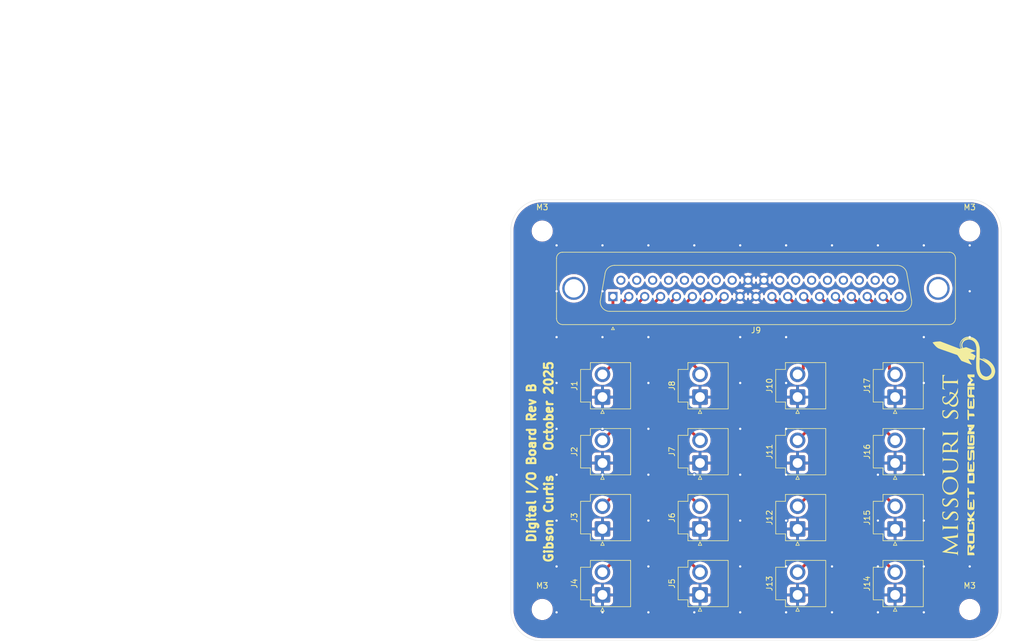
<source format=kicad_pcb>
(kicad_pcb (version 20241229) (generator "pcbnew") (generator_version "9.0")
  (layers (0 "F.Cu" signal) (2 "B.Cu" signal) (13 "F.Paste" user) (15 "B.Paste" user) (5 "F.SilkS" user "F.Silkscreen") (7 "B.SilkS" user "B.Silkscreen") (1 "F.Mask" user) (3 "B.Mask" user) (25 "Edge.Cuts" user))
  (net 0 "")
  (net 1 "GND")
  (net 2 "Net-(J1-Pin_2)")
  (net 3 "Net-(J2-Pin_2)")
  (net 4 "Net-(J3-Pin_2)")
  (net 5 "Net-(J4-Pin_2)")
  (net 6 "Net-(J5-Pin_2)")
  (net 7 "Net-(J6-Pin_2)")
  (net 8 "Net-(J7-Pin_2)")
  (net 9 "Net-(J8-Pin_2)")
  (net 20 "Net-(J12-Pin_2)")
  (net 23 "Net-(J14-Pin_2)")
  (net 25 "Net-(J16-Pin_2)")
  (net 27 "Net-(J13-Pin_2)")
  (net 28 "Net-(J11-Pin_2)")
  (net 29 "Net-(J17-Pin_2)")
  (net 31 "Net-(J10-Pin_2)")
  (net 34 "Net-(J15-Pin_2)")
  (footprint "Connector_JST:JST_VH_B2P-VH-B_1x02_P3.96mm_Vertical" (layer "F.Cu") (at 139 91.96 90)
    (property "Reference" "J12" (at 1.98 -4.9 90) (layer "F.SilkS"))
    (property "Value" "DIO10 JST-VH")
    (pad "1" thru_hole roundrect (at 0 0 90) (size 2.7 2.7) (drill 1.7) (layers "*.Cu" "*.Mask") (roundrect_rratio 0.092593) (net 1 "GND"))
    (pad "2" thru_hole circle (at 3.96 0 90) (size 2.7 2.7) (drill 1.7) (layers "*.Cu" "*.Mask") (net 20 "Net-(J12-Pin_2)"))
  )
  (footprint "MountingHole:MountingHole_3.2mm_M3" (layer "F.Cu") (at 169 40)
    (property "Reference" "M3" (at 0 -4.15 0) (layer "F.SilkS"))
    (property "Value" "MountingHole_3.2mm_M3")
    (pad "" np_thru_hole circle (at 0 0) (size 3.2 3.2) (drill 3.2) (layers "*.Cu" "*.Mask"))
  )
  (footprint "MountingHole:MountingHole_3.2mm_M3" (layer "F.Cu") (at 94.5 40)
    (property "Reference" "M3" (at 0 -4.15 0) (layer "F.SilkS"))
    (property "Value" "MountingHole_3.2mm_M3")
    (pad "" np_thru_hole circle (at 0 0) (size 3.2 3.2) (drill 3.2) (layers "*.Cu" "*.Mask"))
  )
  (footprint "Connector_JST:JST_VH_B2P-VH-B_1x02_P3.96mm_Vertical" (layer "F.Cu") (at 156 68.96 90)
    (property "Reference" "J17" (at 1.98 -4.9 90) (layer "F.SilkS"))
    (property "Value" "DIO15 JST-VH")
    (pad "1" thru_hole roundrect (at 0 0 90) (size 2.7 2.7) (drill 1.7) (layers "*.Cu" "*.Mask") (roundrect_rratio 0.092593) (net 1 "GND"))
    (pad "2" thru_hole circle (at 3.96 0 90) (size 2.7 2.7) (drill 1.7) (layers "*.Cu" "*.Mask") (net 29 "Net-(J17-Pin_2)"))
  )
  (footprint "Connector_JST:JST_VH_B2P-VH-B_1x02_P3.96mm_Vertical" (layer "F.Cu") (at 156 103.46 90)
    (property "Reference" "J14" (at 1.98 -4.9 90) (layer "F.SilkS"))
    (property "Value" "DIO12 JST-VH")
    (pad "1" thru_hole roundrect (at 0 0 90) (size 2.7 2.7) (drill 1.7) (layers "*.Cu" "*.Mask") (roundrect_rratio 0.092593) (net 1 "GND"))
    (pad "2" thru_hole circle (at 3.96 0 90) (size 2.7 2.7) (drill 1.7) (layers "*.Cu" "*.Mask") (net 23 "Net-(J14-Pin_2)"))
  )
  (footprint "Connector_JST:JST_VH_B2P-VH-B_1x02_P3.96mm_Vertical" (layer "F.Cu") (at 122 68.96 90)
    (property "Reference" "J8" (at 1.98 -4.9 90) (layer "F.SilkS"))
    (property "Value" "DIO7 JST-VH")
    (pad "1" thru_hole roundrect (at 0 0 90) (size 2.7 2.7) (drill 1.7) (layers "*.Cu" "*.Mask") (roundrect_rratio 0.092593) (net 1 "GND"))
    (pad "2" thru_hole circle (at 3.96 0 90) (size 2.7 2.7) (drill 1.7) (layers "*.Cu" "*.Mask") (net 9 "Net-(J8-Pin_2)"))
  )
  (footprint "Connector_JST:JST_VH_B2P-VH-B_1x02_P3.96mm_Vertical" (layer "F.Cu") (at 105 68.96 90)
    (property "Reference" "J1" (at 1.98 -4.9 90) (layer "F.SilkS"))
    (property "Value" "DIO0 JST-VH")
    (pad "1" thru_hole roundrect (at 0 0 90) (size 2.7 2.7) (drill 1.7) (layers "*.Cu" "*.Mask") (roundrect_rratio 0.092593) (net 1 "GND"))
    (pad "2" thru_hole circle (at 3.96 0 90) (size 2.7 2.7) (drill 1.7) (layers "*.Cu" "*.Mask") (net 2 "Net-(J1-Pin_2)"))
  )
  (footprint "MountingHole:MountingHole_3.2mm_M3" (layer "F.Cu") (at 94.5 106)
    (property "Reference" "M3" (at 0 -4.15 0) (layer "F.SilkS"))
    (property "Value" "MountingHole_3.2mm_M3")
    (pad "" np_thru_hole circle (at 0 0) (size 3.2 3.2) (drill 3.2) (layers "*.Cu" "*.Mask"))
  )
  (footprint "MountingHole:MountingHole_3.2mm_M3" (layer "F.Cu") (at 169 106)
    (property "Reference" "M3" (at 0 -4.15 0) (layer "F.SilkS"))
    (property "Value" "MountingHole_3.2mm_M3")
    (pad "" np_thru_hole circle (at 0 0) (size 3.2 3.2) (drill 3.2) (layers "*.Cu" "*.Mask"))
  )
  (footprint "Connector_JST:JST_VH_B2P-VH-B_1x02_P3.96mm_Vertical" (layer "F.Cu") (at 156 80.46 90)
    (property "Reference" "J16" (at 1.98 -4.9 90) (layer "F.SilkS"))
    (property "Value" "DIO14 JST-VH")
    (pad "1" thru_hole roundrect (at 0 0 90) (size 2.7 2.7) (drill 1.7) (layers "*.Cu" "*.Mask") (roundrect_rratio 0.092593) (net 1 "GND"))
    (pad "2" thru_hole circle (at 3.96 0 90) (size 2.7 2.7) (drill 1.7) (layers "*.Cu" "*.Mask") (net 25 "Net-(J16-Pin_2)"))
  )
  (footprint "Connector_Dsub:DSUB-37_Socket_Vertical_P2.77x2.84mm_MountingHoles" (layer "F.Cu") (at 106.82 51.42 180)
    (property "Reference" "J9" (at -24.93 -5.89 0) (layer "F.SilkS"))
    (property "Value" "182-037-213")
    (pad "0" thru_hole circle (at -56.68 1.42 180) (size 4 4) (drill 3.2) (layers "*.Cu" "*.Mask"))
    (pad "0" thru_hole circle (at 6.82 1.42 180) (size 4 4) (drill 3.2) (layers "*.Cu" "*.Mask"))
    (pad "1" thru_hole rect (at 0 0 180) (size 1.6 1.6) (drill 1) (layers "*.Cu" "*.Mask") (net 2 "Net-(J1-Pin_2)"))
    (pad "2" thru_hole circle (at -2.77 0 180) (size 1.6 1.6) (drill 1) (layers "*.Cu" "*.Mask") (net 3 "Net-(J2-Pin_2)"))
    (pad "3" thru_hole circle (at -5.54 0 180) (size 1.6 1.6) (drill 1) (layers "*.Cu" "*.Mask") (net 4 "Net-(J3-Pin_2)"))
    (pad "4" thru_hole circle (at -8.31 0 180) (size 1.6 1.6) (drill 1) (layers "*.Cu" "*.Mask") (net 5 "Net-(J4-Pin_2)"))
    (pad "5" thru_hole circle (at -11.08 0 180) (size 1.6 1.6) (drill 1) (layers "*.Cu" "*.Mask") (net 6 "Net-(J5-Pin_2)"))
    (pad "6" thru_hole circle (at -13.85 0 180) (size 1.6 1.6) (drill 1) (layers "*.Cu" "*.Mask") (net 7 "Net-(J6-Pin_2)"))
    (pad "7" thru_hole circle (at -16.62 0 180) (size 1.6 1.6) (drill 1) (layers "*.Cu" "*.Mask") (net 8 "Net-(J7-Pin_2)"))
    (pad "8" thru_hole circle (at -19.39 0 180) (size 1.6 1.6) (drill 1) (layers "*.Cu" "*.Mask") (net 9 "Net-(J8-Pin_2)"))
    (pad "9" thru_hole circle (at -22.16 0 180) (size 1.6 1.6) (drill 1) (layers "*.Cu" "*.Mask") (net 1 "GND"))
    (pad "10" thru_hole circle (at -24.93 0 180) (size 1.6 1.6) (drill 1) (layers "*.Cu" "*.Mask") (net 1 "GND"))
    (pad "11" thru_hole circle (at -27.7 0 180) (size 1.6 1.6) (drill 1) (layers "*.Cu" "*.Mask") (net 31 "Net-(J10-Pin_2)"))
    (pad "12" thru_hole circle (at -30.47 0 180) (size 1.6 1.6) (drill 1) (layers "*.Cu" "*.Mask") (net 28 "Net-(J11-Pin_2)"))
    (pad "13" thru_hole circle (at -33.24 0 180) (size 1.6 1.6) (drill 1) (layers "*.Cu" "*.Mask") (net 20 "Net-(J12-Pin_2)"))
    (pad "14" thru_hole circle (at -36.01 0 180) (size 1.6 1.6) (drill 1) (layers "*.Cu" "*.Mask") (net 27 "Net-(J13-Pin_2)"))
    (pad "15" thru_hole circle (at -38.78 0 180) (size 1.6 1.6) (drill 1) (layers "*.Cu" "*.Mask") (net 23 "Net-(J14-Pin_2)"))
    (pad "16" thru_hole circle (at -41.55 0 180) (size 1.6 1.6) (drill 1) (layers "*.Cu" "*.Mask") (net 34 "Net-(J15-Pin_2)"))
    (pad "17" thru_hole circle (at -44.32 0 180) (size 1.6 1.6) (drill 1) (layers "*.Cu" "*.Mask") (net 25 "Net-(J16-Pin_2)"))
    (pad "18" thru_hole circle (at -47.09 0 180) (size 1.6 1.6) (drill 1) (layers "*.Cu" "*.Mask") (net 29 "Net-(J17-Pin_2)"))
    (pad "19" thru_hole circle (at -49.86 0 180) (size 1.6 1.6) (drill 1) (layers "*.Cu" "*.Mask"))
    (pad "20" thru_hole circle (at -1.385 2.84 180) (size 1.6 1.6) (drill 1) (layers "*.Cu" "*.Mask"))
    (pad "21" thru_hole circle (at -4.155 2.84 180) (size 1.6 1.6) (drill 1) (layers "*.Cu" "*.Mask"))
    (pad "22" thru_hole circle (at -6.925 2.84 180) (size 1.6 1.6) (drill 1) (layers "*.Cu" "*.Mask"))
    (pad "23" thru_hole circle (at -9.695 2.84 180) (size 1.6 1.6) (drill 1) (layers "*.Cu" "*.Mask"))
    (pad "24" thru_hole circle (at -12.465 2.84 180) (size 1.6 1.6) (drill 1) (layers "*.Cu" "*.Mask"))
    (pad "25" thru_hole circle (at -15.235 2.84 180) (size 1.6 1.6) (drill 1) (layers "*.Cu" "*.Mask"))
    (pad "26" thru_hole circle (at -18.005 2.84 180) (size 1.6 1.6) (drill 1) (layers "*.Cu" "*.Mask"))
    (pad "27" thru_hole circle (at -20.775 2.84 180) (size 1.6 1.6) (drill 1) (layers "*.Cu" "*.Mask"))
    (pad "28" thru_hole circle (at -23.545 2.84 180) (size 1.6 1.6) (drill 1) (layers "*.Cu" "*.Mask") (net 1 "GND"))
    (pad "29" thru_hole circle (at -26.315 2.84 180) (size 1.6 1.6) (drill 1) (layers "*.Cu" "*.Mask") (net 1 "GND"))
    (pad "30" thru_hole circle (at -29.085 2.84 180) (size 1.6 1.6) (drill 1) (layers "*.Cu" "*.Mask"))
    (pad "31" thru_hole circle (at -31.855 2.84 180) (size 1.6 1.6) (drill 1) (layers "*.Cu" "*.Mask"))
    (pad "32" thru_hole circle (at -34.625 2.84 180) (size 1.6 1.6) (drill 1) (layers "*.Cu" "*.Mask"))
    (pad "33" thru_hole circle (at -37.395 2.84 180) (size 1.6 1.6) (drill 1) (layers "*.Cu" "*.Mask"))
    (pad "34" thru_hole circle (at -40.165 2.84 180) (size 1.6 1.6) (drill 1) (layers "*.Cu" "*.Mask"))
    (pad "35" thru_hole circle (at -42.935 2.84 180) (size 1.6 1.6) (drill 1) (layers "*.Cu" "*.Mask"))
    (pad "36" thru_hole circle (at -45.705 2.84 180) (size 1.6 1.6) (drill 1) (layers "*.Cu" "*.Mask"))
    (pad "37" thru_hole circle (at -48.475 2.84 180) (size 1.6 1.6) (drill 1) (layers "*.Cu" "*.Mask"))
  )
  (footprint "Connector_JST:JST_VH_B2P-VH-B_1x02_P3.96mm_Vertical" (layer "F.Cu") (at 105 103.46 90)
    (property "Reference" "J4" (at 1.98 -4.9 90) (layer "F.SilkS"))
    (property "Value" "DIO3 JST-VH")
    (pad "1" thru_hole roundrect (at 0 0 90) (size 2.7 2.7) (drill 1.7) (layers "*.Cu" "*.Mask") (roundrect_rratio 0.092593) (net 1 "GND"))
    (pad "2" thru_hole circle (at 3.96 0 90) (size 2.7 2.7) (drill 1.7) (layers "*.Cu" "*.Mask") (net 5 "Net-(J4-Pin_2)"))
  )
  (footprint "Connector_JST:JST_VH_B2P-VH-B_1x02_P3.96mm_Vertical" (layer "F.Cu") (at 139 80.46 90)
    (property "Reference" "J11" (at 1.98 -4.9 90) (layer "F.SilkS"))
    (property "Value" "DIO9 JST-VH")
    (pad "1" thru_hole roundrect (at 0 0 90) (size 2.7 2.7) (drill 1.7) (layers "*.Cu" "*.Mask") (roundrect_rratio 0.092593) (net 1 "GND"))
    (pad "2" thru_hole circle (at 3.96 0 90) (size 2.7 2.7) (drill 1.7) (layers "*.Cu" "*.Mask") (net 28 "Net-(J11-Pin_2)"))
  )
  (footprint "Connector_JST:JST_VH_B2P-VH-B_1x02_P3.96mm_Vertical" (layer "F.Cu") (at 139 68.96 90)
    (property "Reference" "J10" (at 1.98 -4.9 90) (layer "F.SilkS"))
    (property "Value" "DIO8 JST-VH")
    (pad "1" thru_hole roundrect (at 0 0 90) (size 2.7 2.7) (drill 1.7) (layers "*.Cu" "*.Mask") (roundrect_rratio 0.092593) (net 1 "GND"))
    (pad "2" thru_hole circle (at 3.96 0 90) (size 2.7 2.7) (drill 1.7) (layers "*.Cu" "*.Mask") (net 31 "Net-(J10-Pin_2)"))
  )
  (footprint "MST RDT PR:MSTRDTLogoFootprint11mm" (layer "F.Cu") (at 168 77.5 90)
    (property "Reference" "G***" (hide yes))
    (property "Value" "LOGO" (hide yes))
  )
  (footprint "Connector_JST:JST_VH_B2P-VH-B_1x02_P3.96mm_Vertical" (layer "F.Cu") (at 105 91.96 90)
    (property "Reference" "J3" (at 1.98 -4.9 90) (layer "F.SilkS"))
    (property "Value" "DIO2 JST-VH")
    (pad "1" thru_hole roundrect (at 0 0 90) (size 2.7 2.7) (drill 1.7) (layers "*.Cu" "*.Mask") (roundrect_rratio 0.092593) (net 1 "GND"))
    (pad "2" thru_hole circle (at 3.96 0 90) (size 2.7 2.7) (drill 1.7) (layers "*.Cu" "*.Mask") (net 4 "Net-(J3-Pin_2)"))
  )
  (footprint "Connector_JST:JST_VH_B2P-VH-B_1x02_P3.96mm_Vertical" (layer "F.Cu") (at 105 80.46 90)
    (property "Reference" "J2" (at 1.98 -4.9 90) (layer "F.SilkS"))
    (property "Value" "DIO1 JST-VH")
    (pad "1" thru_hole roundrect (at 0 0 90) (size 2.7 2.7) (drill 1.7) (layers "*.Cu" "*.Mask") (roundrect_rratio 0.092593) (net 1 "GND"))
    (pad "2" thru_hole circle (at 3.96 0 90) (size 2.7 2.7) (drill 1.7) (layers "*.Cu" "*.Mask") (net 3 "Net-(J2-Pin_2)"))
  )
  (footprint "Connector_JST:JST_VH_B2P-VH-B_1x02_P3.96mm_Vertical" (layer "F.Cu") (at 139 103.46 90)
    (property "Reference" "J13" (at 1.98 -4.9 90) (layer "F.SilkS"))
    (property "Value" "DIO11 JST-VH")
    (pad "1" thru_hole roundrect (at 0 0 90) (size 2.7 2.7) (drill 1.7) (layers "*.Cu" "*.Mask") (roundrect_rratio 0.092593) (net 1 "GND"))
    (pad "2" thru_hole circle (at 3.96 0 90) (size 2.7 2.7) (drill 1.7) (layers "*.Cu" "*.Mask") (net 27 "Net-(J13-Pin_2)"))
  )
  (footprint "Connector_JST:JST_VH_B2P-VH-B_1x02_P3.96mm_Vertical" (layer "F.Cu") (at 122 80.46 90)
    (property "Reference" "J7" (at 1.98 -4.9 90) (layer "F.SilkS"))
    (property "Value" "DIO6 JST-VH")
    (pad "1" thru_hole roundrect (at 0 0 90) (size 2.7 2.7) (drill 1.7) (layers "*.Cu" "*.Mask") (roundrect_rratio 0.092593) (net 1 "GND"))
    (pad "2" thru_hole circle (at 3.96 0 90) (size 2.7 2.7) (drill 1.7) (layers "*.Cu" "*.Mask") (net 8 "Net-(J7-Pin_2)"))
  )
  (footprint "Connector_JST:JST_VH_B2P-VH-B_1x02_P3.96mm_Vertical" (layer "F.Cu") (at 156 91.96 90)
    (property "Reference" "J15" (at 1.98 -4.9 90) (layer "F.SilkS"))
    (property "Value" "DIO13 JST-VH")
    (pad "1" thru_hole roundrect (at 0 0 90) (size 2.7 2.7) (drill 1.7) (layers "*.Cu" "*.Mask") (roundrect_rratio 0.092593) (net 1 "GND"))
    (pad "2" thru_hole circle (at 3.96 0 90) (size 2.7 2.7) (drill 1.7) (layers "*.Cu" "*.Mask") (net 34 "Net-(J15-Pin_2)"))
  )
  (footprint "Connector_JST:JST_VH_B2P-VH-B_1x02_P3.96mm_Vertical" (layer "F.Cu") (at 122 103.46 90)
    (property "Reference" "J5" (at 1.98 -4.9 90) (layer "F.SilkS"))
    (property "Value" "DIO4 JST-VH")
    (pad "1" thru_hole roundrect (at 0 0 90) (size 2.7 2.7) (drill 1.7) (layers "*.Cu" "*.Mask") (roundrect_rratio 0.092593) (net 1 "GND"))
    (pad "2" thru_hole circle (at 3.96 0 90) (size 2.7 2.7) (drill 1.7) (layers "*.Cu" "*.Mask") (net 6 "Net-(J5-Pin_2)"))
  )
  (footprint "Connector_JST:JST_VH_B2P-VH-B_1x02_P3.96mm_Vertical" (layer "F.Cu") (at 122 91.96 90)
    (property "Reference" "J6" (at 1.98 -4.9 90) (layer "F.SilkS"))
    (property "Value" "DIO5 JST-VH")
    (pad "1" thru_hole roundrect (at 0 0 90) (size 2.7 2.7) (drill 1.7) (layers "*.Cu" "*.Mask") (roundrect_rratio 0.092593) (net 1 "GND"))
    (pad "2" thru_hole circle (at 3.96 0 90) (size 2.7 2.7) (drill 1.7) (layers "*.Cu" "*.Mask") (net 7 "Net-(J6-Pin_2)"))
  )
  (gr_line (start 174.5 40) (end 174.5 106) (stroke (width 0.05)) (layer "Edge.Cuts"))
  (gr_line (start 89 106) (end 89 40) (stroke (width 0.05)) (layer "Edge.Cuts"))
  (gr_arc (start 169 34.5) (mid 172.889087 36.110913) (end 174.5 40) (stroke (width 0.05)) (layer "Edge.Cuts"))
  (gr_line (start 169 111.5) (end 94.5 111.5) (stroke (width 0.05)) (layer "Edge.Cuts"))
  (gr_arc (start 89 40) (mid 90.610913 36.110913) (end 94.5 34.5) (stroke (width 0.05)) (layer "Edge.Cuts"))
  (gr_arc (start 94.5 111.5) (mid 90.610913 109.889087) (end 89 106) (stroke (width 0.05)) (layer "Edge.Cuts"))
  (gr_arc (start 174.5 106) (mid 172.889087 109.889087) (end 169 111.5) (stroke (width 0.05)) (layer "Edge.Cuts"))
  (gr_line (start 94.5 34.5) (end 169 34.5) (stroke (width 0.05)) (layer "Edge.Cuts"))
  (gr_text "Digital I/O Board Rev B" (at 93.5 94.5 90) (layer "F.SilkS") (effects (font (size 1.5 1.5) (thickness 0.375) (bold yes)) (justify left bottom)))
  (gr_text "Gibson Curtis" (at 96.5 98 90) (layer "F.SilkS") (effects (font (size 1.5 1.5) (thickness 0.375) (bold yes)) (justify left bottom)))
  (gr_text "October 2025" (at 96.5 78.5 90) (layer "F.SilkS") (effects (font (size 1.5 1.5) (thickness 0.375) (bold yes)) (justify left bottom)))
  (via (at 97 50.5) (size 0.8) (drill 0.4) (layers "F.Cu" "B.Cu") (net 1))
  (via (at 129 58.5) (size 0.8) (drill 0.4) (layers "F.Cu" "B.Cu") (net 1))
  (via (at 129 82.5) (size 0.8) (drill 0.4) (layers "F.Cu" "B.Cu") (net 1))
  (via (at 121 106.5) (size 0.8) (drill 0.4) (layers "F.Cu" "B.Cu") (net 1))
  (via (at 113 90.5) (size 0.8) (drill 0.4) (layers "F.Cu" "B.Cu") (net 1))
  (via (at 129 42.5) (size 0.8) (drill 0.4) (layers "F.Cu" "B.Cu") (net 1))
  (via (at 137 74.5) (size 0.8) (drill 0.4) (layers "F.Cu" "B.Cu") (net 1))
  (via (at 105 58.5) (size 0.8) (drill 0.4) (layers "F.Cu" "B.Cu") (net 1))
  (via (at 97 98.5) (size 0.8) (drill 0.4) (layers "F.Cu" "B.Cu") (net 1))
  (via (at 137 90.5) (size 0.8) (drill 0.4) (layers "F.Cu" "B.Cu") (net 1))
  (via (at 145 42.5) (size 0.8) (drill 0.4) (layers "F.Cu" "B.Cu") (net 1))
  (via (at 97 58.5) (size 0.8) (drill 0.4) (layers "F.Cu" "B.Cu") (net 1))
  (via (at 161 106.5) (size 0.8) (drill 0.4) (layers "F.Cu" "B.Cu") (net 1))
  (via (at 161 98.5) (size 0.8) (drill 0.4) (layers "F.Cu" "B.Cu") (net 1))
  (via (at 113 82.5) (size 0.8) (drill 0.4) (layers "F.Cu" "B.Cu") (net 1))
  (via (at 105 106.5) (size 0.8) (drill 0.4) (layers "F.Cu" "B.Cu") (net 1))
  (via (at 153 90.5) (size 0.8) (drill 0.4) (layers "F.Cu" "B.Cu") (net 1))
  (via (at 97 90.5) (size 0.8) (drill 0.4) (layers "F.Cu" "B.Cu") (net 1))
  (via (at 161 82.5) (size 0.8) (drill 0.4) (layers "F.Cu" "B.Cu") (net 1))
  (via (at 161 90.5) (size 0.8) (drill 0.4) (layers "F.Cu" "B.Cu") (net 1))
  (via (at 137 66.5) (size 0.8) (drill 0.4) (layers "F.Cu" "B.Cu") (net 1))
  (via (at 113 98.5) (size 0.8) (drill 0.4) (layers "F.Cu" "B.Cu") (net 1))
  (via (at 169 66.5) (size 0.8) (drill 0.4) (layers "F.Cu" "B.Cu") (net 1))
  (via (at 129 98.5) (size 0.8) (drill 0.4) (layers "F.Cu" "B.Cu") (net 1))
  (via (at 153 98.5) (size 0.8) (drill 0.4) (layers "F.Cu" "B.Cu") (net 1))
  (via (at 105 42.5) (size 0.8) (drill 0.4) (layers "F.Cu" "B.Cu") (net 1))
  (via (at 161 74.5) (size 0.8) (drill 0.4) (layers "F.Cu" "B.Cu") (net 1))
  (via (at 113 58.5) (size 0.8) (drill 0.4) (layers "F.Cu" "B.Cu") (net 1))
  (via (at 97 42.5) (size 0.8) (drill 0.4) (layers "F.Cu" "B.Cu") (net 1))
  (via (at 97 66.5) (size 0.8) (drill 0.4) (layers "F.Cu" "B.Cu") (net 1))
  (via (at 113 42.5) (size 0.8) (drill 0.4) (layers "F.Cu" "B.Cu") (net 1))
  (via (at 105 74.5) (size 0.8) (drill 0.4) (layers "F.Cu" "B.Cu") (net 1))
  (via (at 169 90.5) (size 0.8) (drill 0.4) (layers "F.Cu" "B.Cu") (net 1))
  (via (at 129 66.5) (size 0.8) (drill 0.4) (layers "F.Cu" "B.Cu") (net 1))
  (via (at 121 82.5) (size 0.8) (drill 0.4) (layers "F.Cu" "B.Cu") (net 1))
  (via (at 169 50.5) (size 0.8) (drill 0.4) (layers "F.Cu" "B.Cu") (net 1))
  (via (at 137 82.5) (size 0.8) (drill 0.4) (layers "F.Cu" "B.Cu") (net 1))
  (via (at 161 42.5) (size 0.8) (drill 0.4) (layers "F.Cu" "B.Cu") (net 1))
  (via (at 137 98.5) (size 0.8) (drill 0.4) (layers "F.Cu" "B.Cu") (net 1))
  (via (at 137 58.5) (size 0.8) (drill 0.4) (layers "F.Cu" "B.Cu") (net 1))
  (via (at 121 42.5) (size 0.8) (drill 0.4) (layers "F.Cu" "B.Cu") (net 1))
  (via (at 153 82.5) (size 0.8) (drill 0.4) (layers "F.Cu" "B.Cu") (net 1))
  (via (at 161 66.5) (size 0.8) (drill 0.4) (layers "F.Cu" "B.Cu") (net 1))
  (via (at 137 42.5) (size 0.8) (drill 0.4) (layers "F.Cu" "B.Cu") (net 1))
  (via (at 169 98.5) (size 0.8) (drill 0.4) (layers "F.Cu" "B.Cu") (net 1))
  (via (at 145 98.5) (size 0.8) (drill 0.4) (layers "F.Cu" "B.Cu") (net 1))
  (via (at 97 106.5) (size 0.8) (drill 0.4) (layers "F.Cu" "B.Cu") (net 1))
  (via (at 105 50.5) (size 0.8) (drill 0.4) (layers "F.Cu" "B.Cu") (net 1))
  (via (at 169 58.5) (size 0.8) (drill 0.4) (layers "F.Cu" "B.Cu") (net 1))
  (via (at 169 82.5) (size 0.8) (drill 0.4) (layers "F.Cu" "B.Cu") (net 1))
  (via (at 129 90.5) (size 0.8) (drill 0.4) (layers "F.Cu" "B.Cu") (net 1))
  (via (at 113 106.5) (size 0.8) (drill 0.4) (layers "F.Cu" "B.Cu") (net 1))
  (via (at 129 106.5) (size 0.8) (drill 0.4) (layers "F.Cu" "B.Cu") (net 1))
  (via (at 153 106.5) (size 0.8) (drill 0.4) (layers "F.Cu" "B.Cu") (net 1))
  (via (at 97 74.5) (size 0.8) (drill 0.4) (layers "F.Cu" "B.Cu") (net 1))
  (via (at 161 58.5) (size 0.8) (drill 0.4) (layers "F.Cu" "B.Cu") (net 1))
  (via (at 129 74.5) (size 0.8) (drill 0.4) (layers "F.Cu" "B.Cu") (net 1))
  (via (at 97 82.5) (size 0.8) (drill 0.4) (layers "F.Cu" "B.Cu") (net 1))
  (via (at 113 66.5) (size 0.8) (drill 0.4) (layers "F.Cu" "B.Cu") (net 1))
  (via (at 105 82.5) (size 0.8) (drill 0.4) (layers "F.Cu" "B.Cu") (net 1))
  (via (at 145 106.5) (size 0.8) (drill 0.4) (layers "F.Cu" "B.Cu") (net 1))
  (via (at 169 42.5) (size 0.8) (drill 0.4) (layers "F.Cu" "B.Cu") (net 1))
  (via (at 137 106.5) (size 0.8) (drill 0.4) (layers "F.Cu" "B.Cu") (net 1))
  (via (at 169 74.5) (size 0.8) (drill 0.4) (layers "F.Cu" "B.Cu") (net 1))
  (via (at 153 42.5) (size 0.8) (drill 0.4) (layers "F.Cu" "B.Cu") (net 1))
  (via (at 113 74.5) (size 0.8) (drill 0.4) (layers "F.Cu" "B.Cu") (net 1))
  (segment (start 105 65) (end 106.82 63.18) (width 0.5) (layer "F.Cu") (net 2))
  (segment (start 106.82 63.18) (end 106.82 51.42) (width 0.5) (layer "F.Cu") (net 2))
  (segment (start 108.5 52.51) (end 109.59 51.42) (width 0.5) (layer "F.Cu") (net 3))
  (segment (start 105 76.5) (end 108.5 73) (width 0.5) (layer "F.Cu") (net 3))
  (segment (start 108.5 73) (end 108.5 52.51) (width 0.5) (layer "F.Cu") (net 3))
  (segment (start 110 83) (end 110 53.78) (width 0.5) (layer "F.Cu") (net 4))
  (segment (start 110 53.78) (end 112.36 51.42) (width 0.5) (layer "F.Cu") (net 4))
  (segment (start 105 88) (end 110 83) (width 0.5) (layer "F.Cu") (net 4))
  (segment (start 111.5 55.05) (end 115.13 51.42) (width 0.5) (layer "F.Cu") (net 5))
  (segment (start 111.5 93) (end 111.5 55.05) (width 0.5) (layer "F.Cu") (net 5))
  (segment (start 105 99.5) (end 111.5 93) (width 0.5) (layer "F.Cu") (net 5))
  (segment (start 122 99.5) (end 116.5 94) (width 0.5) (layer "F.Cu") (net 6))
  (segment (start 116.5 94) (end 116.5 52.82) (width 0.5) (layer "F.Cu") (net 6))
  (segment (start 116.5 52.82) (end 117.9 51.42) (width 0.5) (layer "F.Cu") (net 6))
  (segment (start 122 88) (end 118 84) (width 0.5) (layer "F.Cu") (net 7))
  (segment (start 118 84) (end 118 54.09) (width 0.5) (layer "F.Cu") (net 7))
  (segment (start 118 54.09) (end 120.67 51.42) (width 0.5) (layer "F.Cu") (net 7))
  (segment (start 119.5 74) (end 119.5 55.36) (width 0.5) (layer "F.Cu") (net 8))
  (segment (start 119.5 55.36) (end 123.44 51.42) (width 0.5) (layer "F.Cu") (net 8))
  (segment (start 122 76.5) (end 119.5 74) (width 0.5) (layer "F.Cu") (net 8))
  (segment (start 122 64.5) (end 121 63.5) (width 0.5) (layer "F.Cu") (net 9))
  (segment (start 121 63.5) (end 121 56.63) (width 0.5) (layer "F.Cu") (net 9))
  (segment (start 122 65) (end 122 64.5) (width 0.5) (layer "F.Cu") (net 9))
  (segment (start 121 56.63) (end 126.21 51.42) (width 0.5) (layer "F.Cu") (net 9))
  (segment (start 143 54.36) (end 140.06 51.42) (width 0.5) (layer "F.Cu") (net 20))
  (segment (start 139 88) (end 143 84) (width 0.5) (layer "F.Cu") (net 20))
  (segment (start 143 84) (end 143 54.36) (width 0.5) (layer "F.Cu") (net 20))
  (segment (start 150.5 56.32) (end 145.6 51.42) (width 0.5) (layer "F.Cu") (net 23))
  (segment (start 150.5 94) (end 150.5 56.32) (width 0.5) (layer "F.Cu") (net 23))
  (segment (start 156 99.5) (end 150.5 94) (width 0.5) (layer "F.Cu") (net 23))
  (segment (start 156 76.5) (end 153.5 74) (width 0.5) (layer "F.Cu") (net 25))
  (segment (start 153.5 74) (end 153.5 53.78) (width 0.5) (layer "F.Cu") (net 25))
  (segment (start 153.5 53.78) (end 151.14 51.42) (width 0.5) (layer "F.Cu") (net 25))
  (segment (start 139 99.5) (end 144.5 94) (width 0.5) (layer "F.Cu") (net 27))
  (segment (start 144.5 94) (end 144.5 53.09) (width 0.5) (layer "F.Cu") (net 27))
  (segment (start 144.5 53.09) (end 142.83 51.42) (width 0.5) (layer "F.Cu") (net 27))
  (segment (start 141.5 55.63) (end 137.29 51.42) (width 0.5) (layer "F.Cu") (net 28))
  (segment (start 141.5 74) (end 141.5 55.63) (width 0.5) (layer "F.Cu") (net 28))
  (segment (start 139 76.5) (end 141.5 74) (width 0.5) (layer "F.Cu") (net 28))
  (segment (start 155 52.51) (end 153.91 51.42) (width 0.5) (layer "F.Cu") (net 29))
  (segment (start 155 64) (end 155 52.51) (width 0.5) (layer "F.Cu") (net 29))
  (segment (start 156 65) (end 155 64) (width 0.5) (layer "F.Cu") (net 29))
  (segment (start 139 65) (end 140 64) (width 0.5) (layer "F.Cu") (net 31))
  (segment (start 140 64) (end 140 56.9) (width 0.5) (layer "F.Cu") (net 31))
  (segment (start 140 56.9) (end 134.52 51.42) (width 0.5) (layer "F.Cu") (net 31))
  (segment (start 156 88) (end 152 84) (width 0.5) (layer "F.Cu") (net 34))
  (segment (start 152 84) (end 152 55.05) (width 0.5) (layer "F.Cu") (net 34))
  (segment (start 152 55.05) (end 148.37 51.42) (width 0.5) (layer "F.Cu") (net 34))
  (zone (net 1) (net_name "GND") (layers "F.Cu" "B.Cu") (name "stitch_zone_0") (connect_pads (clearance 0.5)) (min_thickness 0.25) (fill yes (thermal_gap 0.5) (thermal_bridge_width 0.5))
    (polygon (pts (xy 89 34.5) (xy 174.5 34.5) (xy 174.5 111.5) (xy 89 111.5)))
  )
)
</source>
